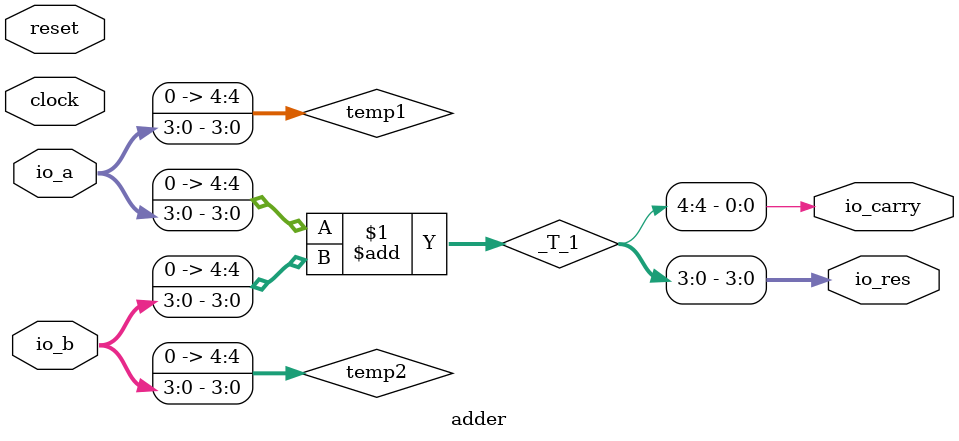
<source format=v>
module adder(
  input        clock,
  input        reset,
  input  [3:0] io_a,
  input  [3:0] io_b,
  output [3:0] io_res,
  output       io_carry
);
  wire [4:0] temp1 = {{1'd0}, io_a}; // @[hello.scala 13:21 hello.scala 15:11]
  wire [4:0] temp2 = {{1'd0}, io_b}; // @[hello.scala 14:21 hello.scala 16:11]
  wire [4:0] _T_1 = temp1 + temp2; // @[hello.scala 17:24]
  assign io_res = _T_1[3:0]; // @[hello.scala 18:12]
  assign io_carry = _T_1[4]; // @[hello.scala 17:14]
endmodule

</source>
